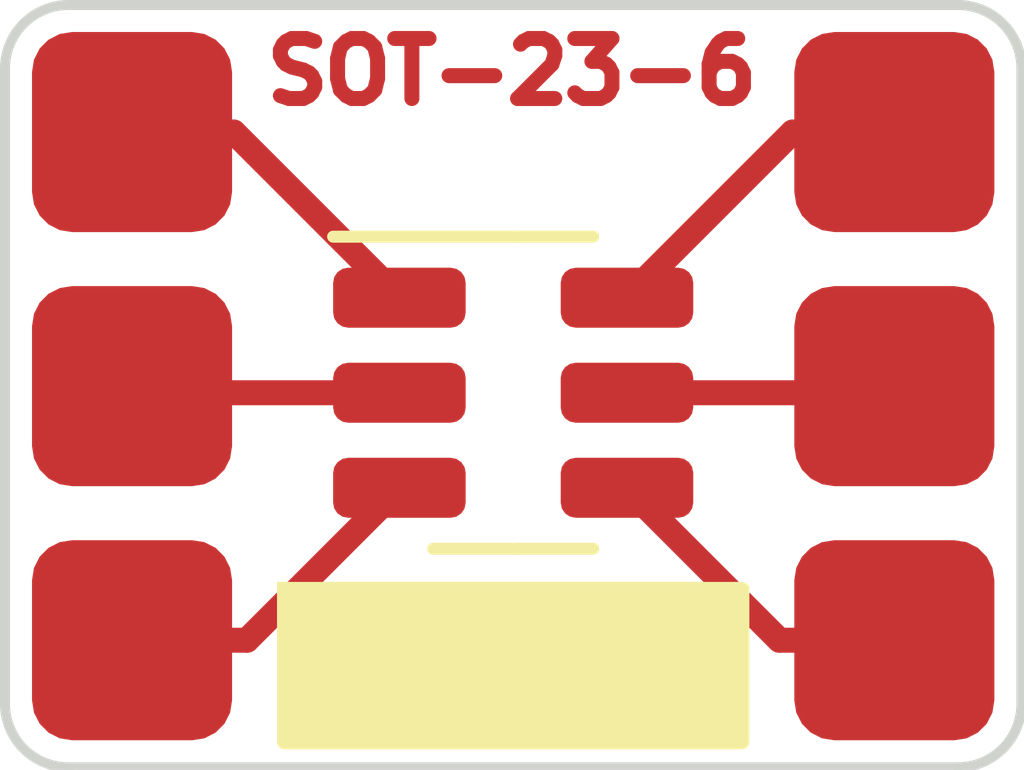
<source format=kicad_pcb>
(kicad_pcb (version 20221018) (generator pcbnew)
  (layers (0 "F.Cu" signal) (31 "B.Cu" signal) (34 "B.Paste" user) (35 "F.Paste" user) (36 "B.SilkS" user "B.Silkscreen") (37 "F.SilkS" user "F.Silkscreen") (38 "B.Mask" user) (39 "F.Mask" user) (44 "Edge.Cuts" user))
  (net 0 "")
  (net 1 "Net-(J1-Pin_1)")
  (net 2 "Net-(J2-Pin_1)")
  (net 3 "Net-(J3-Pin_1)")
  (net 4 "Net-(J4-Pin_1)")
  (net 5 "Net-(J5-Pin_1)")
  (net 6 "Net-(J6-Pin_1)")
  (footprint "CustSymbols:ManhattanPad" (layer "F.Cu") (at 162.56 99.06)
    (fp_text reference "J5" hide)
    (fp_text value "Conn_01x01_Pin" hide)
    (pad "1" smd roundrect (at 0 0) (size 2 2) (layers "F.Cu" "F.Paste" "F.Mask") (roundrect_rratio 0.2) (net 5 "Net-(J5-Pin_1)"))
  )
  (footprint "CustSymbols:ManhattanPad" (layer "F.Cu") (at 162.56 96.52)
    (fp_text reference "J6" hide)
    (fp_text value "Conn_01x01_Pin" hide)
    (pad "1" smd roundrect (at 0 0) (size 2 2) (layers "F.Cu" "F.Paste" "F.Mask") (roundrect_rratio 0.2) (net 6 "Net-(J6-Pin_1)"))
  )
  (footprint "CustSymbols:ManhattanPad" (layer "F.Cu") (at 154.94 101.6)
    (fp_text reference "J2" hide)
    (fp_text value "Conn_01x01_Pin" hide)
    (pad "1" smd roundrect (at 0 0) (size 2 2) (layers "F.Cu" "F.Paste" "F.Mask") (roundrect_rratio 0.2) (net 2 "Net-(J2-Pin_1)"))
  )
  (footprint "Package_TO_SOT_SMD:SOT-23-6" (layer "F.Cu") (at 158.75 99.126)
    (fp_text reference "U1" hide)
    (fp_text value "CDSOT236-0504C" hide)
    (fp_line (start 0 -1.56) (end -1.8 -1.56) (stroke (width 0.12)) (layer "F.SilkS"))
    (fp_line (start 0 -1.56) (end 0.8 -1.56) (stroke (width 0.12)) (layer "F.SilkS"))
    (fp_line (start 0 1.56) (end -0.8 1.56) (stroke (width 0.12)) (layer "F.SilkS"))
    (fp_line (start 0 1.56) (end 0.8 1.56) (stroke (width 0.12)) (layer "F.SilkS"))
    (pad "1" smd roundrect (at -1.1375 -0.95) (size 1.325 0.6) (layers "F.Cu" "F.Paste" "F.Mask") (net 1 "Net-(J1-Pin_1)"))
    (pad "2" smd roundrect (at -1.1375 0) (size 1.325 0.6) (layers "F.Cu" "F.Paste" "F.Mask") (net 3 "Net-(J3-Pin_1)"))
    (pad "3" smd roundrect (at -1.1375 0.95) (size 1.325 0.6) (layers "F.Cu" "F.Paste" "F.Mask") (net 2 "Net-(J2-Pin_1)"))
    (pad "4" smd roundrect (at 1.1375 0.95) (size 1.325 0.6) (layers "F.Cu" "F.Paste" "F.Mask") (net 4 "Net-(J4-Pin_1)"))
    (pad "5" smd roundrect (at 1.1375 0) (size 1.325 0.6) (layers "F.Cu" "F.Paste" "F.Mask") (net 5 "Net-(J5-Pin_1)"))
    (pad "6" smd roundrect (at 1.1375 -0.95) (size 1.325 0.6) (layers "F.Cu" "F.Paste" "F.Mask") (net 6 "Net-(J6-Pin_1)"))
  )
  (footprint "CustSymbols:ManhattanPad" (layer "F.Cu") (at 154.94 96.52)
    (fp_text reference "J1" hide)
    (fp_text value "Conn_01x01_Pin" hide)
    (pad "1" smd roundrect (at 0 0) (size 2 2) (layers "F.Cu" "F.Paste" "F.Mask") (roundrect_rratio 0.2) (net 1 "Net-(J1-Pin_1)"))
  )
  (footprint "CustSymbols:ManhattanPad" (layer "F.Cu") (at 154.94 99.06)
    (fp_text reference "J3" hide)
    (fp_text value "Conn_01x01_Pin" hide)
    (pad "1" smd roundrect (at 0 0) (size 2 2) (layers "F.Cu" "F.Paste" "F.Mask") (roundrect_rratio 0.2) (net 3 "Net-(J3-Pin_1)"))
  )
  (footprint "CustSymbols:ManhattanPad" (layer "F.Cu") (at 162.56 101.6)
    (fp_text reference "J4" hide)
    (fp_text value "Conn_01x01_Pin" hide)
    (pad "1" smd roundrect (at 0 0) (size 2 2) (layers "F.Cu" "F.Paste" "F.Mask") (roundrect_rratio 0.2) (net 4 "Net-(J4-Pin_1)"))
  )
  (gr_rect (start 156.464 101.092) (end 161.036 102.616) (stroke (width 0.15)) (fill solid) (layer "F.SilkS"))
  (gr_line (start 153.67 95.885) (end 153.67 102.235) (stroke (width 0.1)) (layer "Edge.Cuts"))
  (gr_line (start 154.305 102.87) (end 163.195 102.87) (stroke (width 0.1)) (layer "Edge.Cuts"))
  (gr_line (start 163.195 95.25) (end 154.305 95.25) (stroke (width 0.1)) (layer "Edge.Cuts"))
  (gr_arc (start 154.305 102.87) (mid 153.855987 102.684013) (end 153.67 102.235) (stroke (width 0.1)) (layer "Edge.Cuts"))
  (gr_arc (start 163.83 102.235) (mid 163.644013 102.684012) (end 163.195 102.87) (stroke (width 0.1)) (layer "Edge.Cuts"))
  (gr_line (start 163.83 102.235) (end 163.83 95.885) (stroke (width 0.1)) (layer "Edge.Cuts"))
  (gr_arc (start 153.67 95.885) (mid 153.855987 95.435987) (end 154.305 95.25) (stroke (width 0.1)) (layer "Edge.Cuts"))
  (gr_arc (start 163.195 95.25) (mid 163.644013 95.435987) (end 163.83 95.885) (stroke (width 0.1)) (layer "Edge.Cuts"))
  (gr_text "SOT-23-6" (at 156.21 96.266) (layer "F.Cu") (effects (font (size 0.6 0.6)) (justify left bottom)))
  (segment (start 155.9565 96.52) (end 157.6125 98.176) (width 0.25) (layer "F.Cu") (net 1))
  (segment (start 154.94 96.52) (end 155.9565 96.52) (width 0.25) (layer "F.Cu") (net 1))
  (segment (start 154.94 101.6) (end 156.0885 101.6) (width 0.25) (layer "F.Cu") (net 2))
  (segment (start 156.0885 101.6) (end 157.6125 100.076) (width 0.25) (layer "F.Cu") (net 2))
  (segment (start 157.6125 99.126) (end 155.006 99.126) (width 0.25) (layer "F.Cu") (net 3))
  (segment (start 155.006 99.126) (end 154.94 99.06) (width 0.25) (layer "F.Cu") (net 3))
  (segment (start 162.56 101.6) (end 161.4115 101.6) (width 0.25) (layer "F.Cu") (net 4))
  (segment (start 161.4115 101.6) (end 159.8875 100.076) (width 0.25) (layer "F.Cu") (net 4))
  (segment (start 159.8875 99.126) (end 162.494 99.126) (width 0.25) (layer "F.Cu") (net 5))
  (segment (start 162.494 99.126) (end 162.56 99.06) (width 0.25) (layer "F.Cu") (net 5))
  (segment (start 162.56 96.52) (end 161.5435 96.52) (width 0.25) (layer "F.Cu") (net 6))
  (segment (start 161.5435 96.52) (end 159.8875 98.176) (width 0.25) (layer "F.Cu") (net 6))
  (segment (start 162.052 96.012) (end 162.56 96.52) (width 0.25) (layer "F.Cu") (net 6))
)
</source>
